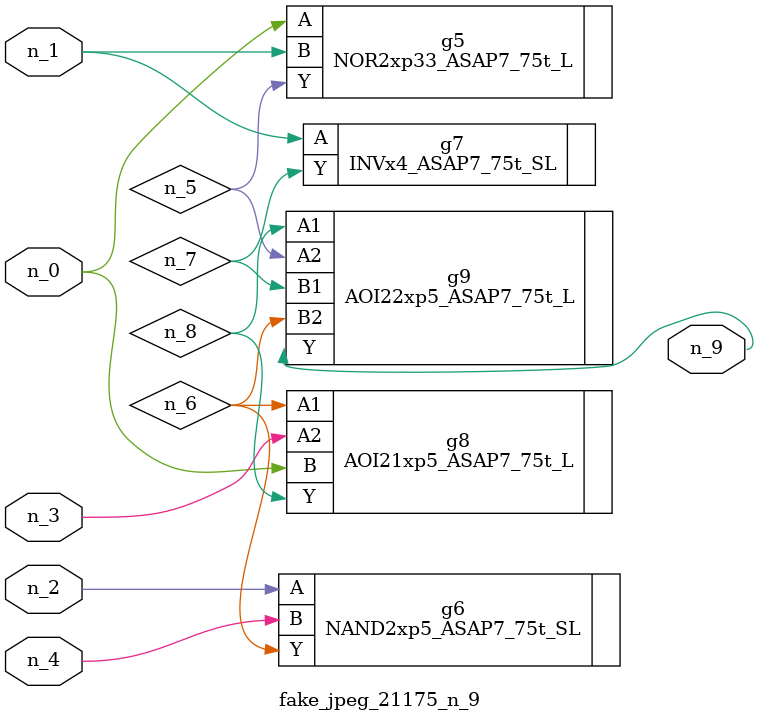
<source format=v>
module fake_jpeg_21175_n_9 (n_3, n_2, n_1, n_0, n_4, n_9);

input n_3;
input n_2;
input n_1;
input n_0;
input n_4;

output n_9;

wire n_8;
wire n_6;
wire n_5;
wire n_7;

NOR2xp33_ASAP7_75t_L g5 ( 
.A(n_0),
.B(n_1),
.Y(n_5)
);

NAND2xp5_ASAP7_75t_SL g6 ( 
.A(n_2),
.B(n_4),
.Y(n_6)
);

INVx4_ASAP7_75t_SL g7 ( 
.A(n_1),
.Y(n_7)
);

AOI21xp5_ASAP7_75t_L g8 ( 
.A1(n_6),
.A2(n_3),
.B(n_0),
.Y(n_8)
);

AOI22xp5_ASAP7_75t_L g9 ( 
.A1(n_8),
.A2(n_5),
.B1(n_7),
.B2(n_6),
.Y(n_9)
);


endmodule
</source>
